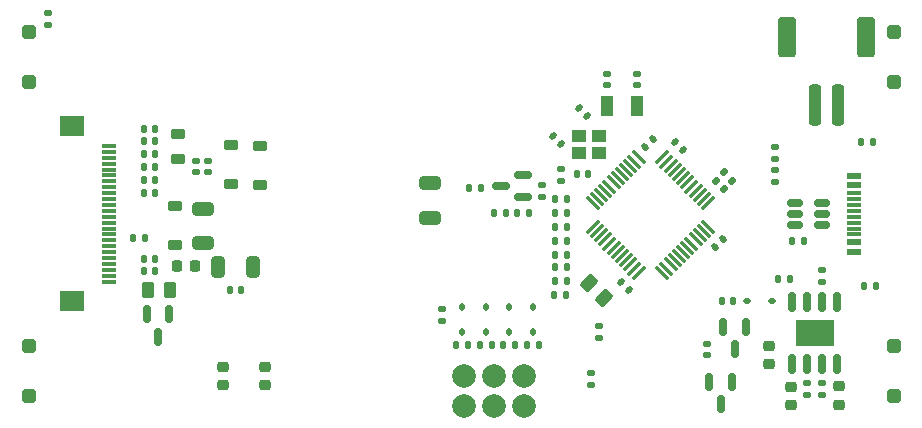
<source format=gbr>
%TF.GenerationSoftware,KiCad,Pcbnew,7.0.5*%
%TF.CreationDate,2023-10-22T09:55:20+02:00*%
%TF.ProjectId,USB E-Ink thing,55534220-452d-4496-9e6b-207468696e67,rev?*%
%TF.SameCoordinates,Original*%
%TF.FileFunction,Paste,Top*%
%TF.FilePolarity,Positive*%
%FSLAX46Y46*%
G04 Gerber Fmt 4.6, Leading zero omitted, Abs format (unit mm)*
G04 Created by KiCad (PCBNEW 7.0.5) date 2023-10-22 09:55:20*
%MOMM*%
%LPD*%
G01*
G04 APERTURE LIST*
G04 Aperture macros list*
%AMRoundRect*
0 Rectangle with rounded corners*
0 $1 Rounding radius*
0 $2 $3 $4 $5 $6 $7 $8 $9 X,Y pos of 4 corners*
0 Add a 4 corners polygon primitive as box body*
4,1,4,$2,$3,$4,$5,$6,$7,$8,$9,$2,$3,0*
0 Add four circle primitives for the rounded corners*
1,1,$1+$1,$2,$3*
1,1,$1+$1,$4,$5*
1,1,$1+$1,$6,$7*
1,1,$1+$1,$8,$9*
0 Add four rect primitives between the rounded corners*
20,1,$1+$1,$2,$3,$4,$5,0*
20,1,$1+$1,$4,$5,$6,$7,0*
20,1,$1+$1,$6,$7,$8,$9,0*
20,1,$1+$1,$8,$9,$2,$3,0*%
G04 Aperture macros list end*
%ADD10RoundRect,0.135000X0.135000X0.185000X-0.135000X0.185000X-0.135000X-0.185000X0.135000X-0.185000X0*%
%ADD11RoundRect,0.135000X-0.135000X-0.185000X0.135000X-0.185000X0.135000X0.185000X-0.135000X0.185000X0*%
%ADD12RoundRect,0.300000X-0.300000X-0.300000X0.300000X-0.300000X0.300000X0.300000X-0.300000X0.300000X0*%
%ADD13RoundRect,0.300000X0.300000X0.300000X-0.300000X0.300000X-0.300000X-0.300000X0.300000X-0.300000X0*%
%ADD14RoundRect,0.140000X-0.219203X-0.021213X-0.021213X-0.219203X0.219203X0.021213X0.021213X0.219203X0*%
%ADD15RoundRect,0.140000X-0.140000X-0.170000X0.140000X-0.170000X0.140000X0.170000X-0.140000X0.170000X0*%
%ADD16RoundRect,0.250000X0.650000X-0.325000X0.650000X0.325000X-0.650000X0.325000X-0.650000X-0.325000X0*%
%ADD17RoundRect,0.225000X0.375000X-0.225000X0.375000X0.225000X-0.375000X0.225000X-0.375000X-0.225000X0*%
%ADD18RoundRect,0.140000X0.219203X0.021213X0.021213X0.219203X-0.219203X-0.021213X-0.021213X-0.219203X0*%
%ADD19RoundRect,0.075000X-0.521491X0.415425X0.415425X-0.521491X0.521491X-0.415425X-0.415425X0.521491X0*%
%ADD20RoundRect,0.075000X-0.521491X-0.415425X-0.415425X-0.521491X0.521491X0.415425X0.415425X0.521491X0*%
%ADD21RoundRect,0.140000X-0.170000X0.140000X-0.170000X-0.140000X0.170000X-0.140000X0.170000X0.140000X0*%
%ADD22C,2.000000*%
%ADD23R,1.000000X1.800000*%
%ADD24RoundRect,0.150000X-0.150000X0.675000X-0.150000X-0.675000X0.150000X-0.675000X0.150000X0.675000X0*%
%ADD25R,3.292000X2.313000*%
%ADD26RoundRect,0.135000X-0.226274X-0.035355X-0.035355X-0.226274X0.226274X0.035355X0.035355X0.226274X0*%
%ADD27RoundRect,0.218750X-0.256250X0.218750X-0.256250X-0.218750X0.256250X-0.218750X0.256250X0.218750X0*%
%ADD28RoundRect,0.150000X0.587500X0.150000X-0.587500X0.150000X-0.587500X-0.150000X0.587500X-0.150000X0*%
%ADD29RoundRect,0.135000X0.226274X0.035355X0.035355X0.226274X-0.226274X-0.035355X-0.035355X-0.226274X0*%
%ADD30RoundRect,0.150000X-0.150000X0.587500X-0.150000X-0.587500X0.150000X-0.587500X0.150000X0.587500X0*%
%ADD31RoundRect,0.112500X-0.112500X0.187500X-0.112500X-0.187500X0.112500X-0.187500X0.112500X0.187500X0*%
%ADD32RoundRect,0.140000X0.170000X-0.140000X0.170000X0.140000X-0.170000X0.140000X-0.170000X-0.140000X0*%
%ADD33RoundRect,0.250000X0.262500X0.450000X-0.262500X0.450000X-0.262500X-0.450000X0.262500X-0.450000X0*%
%ADD34RoundRect,0.135000X0.185000X-0.135000X0.185000X0.135000X-0.185000X0.135000X-0.185000X-0.135000X0*%
%ADD35RoundRect,0.140000X0.140000X0.170000X-0.140000X0.170000X-0.140000X-0.170000X0.140000X-0.170000X0*%
%ADD36RoundRect,0.140000X0.021213X-0.219203X0.219203X-0.021213X-0.021213X0.219203X-0.219203X0.021213X0*%
%ADD37RoundRect,0.135000X-0.185000X0.135000X-0.185000X-0.135000X0.185000X-0.135000X0.185000X0.135000X0*%
%ADD38RoundRect,0.225000X0.250000X-0.225000X0.250000X0.225000X-0.250000X0.225000X-0.250000X-0.225000X0*%
%ADD39R,1.240000X0.600000*%
%ADD40R,1.240000X0.300000*%
%ADD41RoundRect,0.250000X-0.503814X-0.132583X-0.132583X-0.503814X0.503814X0.132583X0.132583X0.503814X0*%
%ADD42RoundRect,0.218750X-0.218750X-0.256250X0.218750X-0.256250X0.218750X0.256250X-0.218750X0.256250X0*%
%ADD43RoundRect,0.225000X-0.375000X0.225000X-0.375000X-0.225000X0.375000X-0.225000X0.375000X0.225000X0*%
%ADD44RoundRect,0.150000X0.512500X0.150000X-0.512500X0.150000X-0.512500X-0.150000X0.512500X-0.150000X0*%
%ADD45RoundRect,0.218750X0.256250X-0.218750X0.256250X0.218750X-0.256250X0.218750X-0.256250X-0.218750X0*%
%ADD46RoundRect,0.140000X-0.021213X0.219203X-0.219203X0.021213X0.021213X-0.219203X0.219203X-0.021213X0*%
%ADD47R,2.000000X1.800000*%
%ADD48R,1.200000X0.300000*%
%ADD49RoundRect,0.218750X0.381250X-0.218750X0.381250X0.218750X-0.381250X0.218750X-0.381250X-0.218750X0*%
%ADD50RoundRect,0.250000X0.250000X1.500000X-0.250000X1.500000X-0.250000X-1.500000X0.250000X-1.500000X0*%
%ADD51RoundRect,0.250001X0.499999X1.449999X-0.499999X1.449999X-0.499999X-1.449999X0.499999X-1.449999X0*%
%ADD52RoundRect,0.250000X-0.325000X-0.650000X0.325000X-0.650000X0.325000X0.650000X-0.325000X0.650000X0*%
%ADD53RoundRect,0.112500X-0.187500X-0.112500X0.187500X-0.112500X0.187500X0.112500X-0.187500X0.112500X0*%
%ADD54R,1.150000X1.000000*%
G04 APERTURE END LIST*
D10*
%TO.C,R24*%
X148420000Y-118300000D03*
X147400000Y-118300000D03*
%TD*%
%TO.C,R26*%
X148420000Y-117130000D03*
X147400000Y-117130000D03*
%TD*%
D11*
%TO.C,R11*%
X144200000Y-118275000D03*
X145220000Y-118275000D03*
%TD*%
D12*
%TO.C,SW3*%
X176100000Y-107150000D03*
D13*
X176100000Y-102950000D03*
%TD*%
D11*
%TO.C,R3*%
X145050000Y-129470000D03*
X146070000Y-129470000D03*
%TD*%
D10*
%TO.C,R15*%
X174570000Y-124500000D03*
X173550000Y-124500000D03*
%TD*%
D14*
%TO.C,C5*%
X157560589Y-112300589D03*
X158239411Y-112979411D03*
%TD*%
D15*
%TO.C,C16*%
X112600000Y-116600000D03*
X113560000Y-116600000D03*
%TD*%
%TO.C,C6*%
X149250000Y-115010000D03*
X150210000Y-115010000D03*
%TD*%
D16*
%TO.C,TH1*%
X136880000Y-118665000D03*
X136880000Y-115715000D03*
%TD*%
D17*
%TO.C,D11*%
X119960000Y-115865000D03*
X119960000Y-112565000D03*
%TD*%
D18*
%TO.C,C2*%
X147910000Y-112460000D03*
X147231178Y-111781178D03*
%TD*%
D19*
%TO.C,U1*%
X154511212Y-113572124D03*
X154157658Y-113925678D03*
X153804105Y-114279231D03*
X153450551Y-114632785D03*
X153096998Y-114986338D03*
X152743445Y-115339891D03*
X152389891Y-115693445D03*
X152036338Y-116046998D03*
X151682785Y-116400551D03*
X151329231Y-116754105D03*
X150975678Y-117107658D03*
X150622124Y-117461212D03*
D20*
X150622124Y-119458788D03*
X150975678Y-119812342D03*
X151329231Y-120165895D03*
X151682785Y-120519449D03*
X152036338Y-120873002D03*
X152389891Y-121226555D03*
X152743445Y-121580109D03*
X153096998Y-121933662D03*
X153450551Y-122287215D03*
X153804105Y-122640769D03*
X154157658Y-122994322D03*
X154511212Y-123347876D03*
D19*
X156508788Y-123347876D03*
X156862342Y-122994322D03*
X157215895Y-122640769D03*
X157569449Y-122287215D03*
X157923002Y-121933662D03*
X158276555Y-121580109D03*
X158630109Y-121226555D03*
X158983662Y-120873002D03*
X159337215Y-120519449D03*
X159690769Y-120165895D03*
X160044322Y-119812342D03*
X160397876Y-119458788D03*
D20*
X160397876Y-117461212D03*
X160044322Y-117107658D03*
X159690769Y-116754105D03*
X159337215Y-116400551D03*
X158983662Y-116046998D03*
X158630109Y-115693445D03*
X158276555Y-115339891D03*
X157923002Y-114986338D03*
X157569449Y-114632785D03*
X157215895Y-114279231D03*
X156862342Y-113925678D03*
X156508788Y-113572124D03*
%TD*%
D21*
%TO.C,C25*%
X118040000Y-113890000D03*
X118040000Y-114850000D03*
%TD*%
D22*
%TO.C,J5*%
X139700000Y-132080000D03*
X142240000Y-132080000D03*
X144780000Y-132080000D03*
X144780000Y-134620000D03*
X142240000Y-134620000D03*
X139700000Y-134620000D03*
%TD*%
D23*
%TO.C,Y2*%
X151849411Y-109199411D03*
X154349411Y-109199411D03*
%TD*%
D18*
%TO.C,C7*%
X153709411Y-124789411D03*
X153030589Y-124110589D03*
%TD*%
D24*
%TO.C,U3*%
X171315000Y-125835000D03*
X170045000Y-125835000D03*
X168775000Y-125835000D03*
X167505000Y-125835000D03*
X167505000Y-131085000D03*
X168775000Y-131085000D03*
X170045000Y-131085000D03*
X171315000Y-131085000D03*
D25*
X169410000Y-128460000D03*
X169410000Y-128460000D03*
%TD*%
D26*
%TO.C,R14*%
X161719376Y-114849376D03*
X162440624Y-115570624D03*
%TD*%
D27*
%TO.C,D8*%
X171450000Y-132962500D03*
X171450000Y-134537500D03*
%TD*%
D28*
%TO.C,Q1*%
X144710000Y-116950000D03*
X144710000Y-115050000D03*
X142835000Y-116000000D03*
%TD*%
D12*
%TO.C,SW4*%
X176100000Y-133750000D03*
D13*
X176100000Y-129550000D03*
%TD*%
D29*
%TO.C,R13*%
X161740624Y-116250624D03*
X161019376Y-115529376D03*
%TD*%
D30*
%TO.C,U4*%
X162400000Y-132592500D03*
X160500000Y-132592500D03*
X161450000Y-134467500D03*
%TD*%
D31*
%TO.C,D6*%
X143570000Y-126220000D03*
X143570000Y-128320000D03*
%TD*%
D32*
%TO.C,C12*%
X160280000Y-130340000D03*
X160280000Y-129380000D03*
%TD*%
D10*
%TO.C,R27*%
X148420000Y-120640000D03*
X147400000Y-120640000D03*
%TD*%
%TO.C,R5*%
X148420000Y-124080000D03*
X147400000Y-124080000D03*
%TD*%
D32*
%TO.C,C4*%
X151849411Y-107460000D03*
X151849411Y-106500000D03*
%TD*%
D33*
%TO.C,R23*%
X114825000Y-124800000D03*
X113000000Y-124800000D03*
%TD*%
D34*
%TO.C,R17*%
X168770000Y-133700000D03*
X168770000Y-132680000D03*
%TD*%
%TO.C,R29*%
X104540000Y-102380000D03*
X104540000Y-101360000D03*
%TD*%
D11*
%TO.C,R6*%
X139080000Y-129470000D03*
X140100000Y-129470000D03*
%TD*%
D21*
%TO.C,C24*%
X117000000Y-113890000D03*
X117000000Y-114850000D03*
%TD*%
D32*
%TO.C,C3*%
X154349411Y-107460000D03*
X154349411Y-106500000D03*
%TD*%
D11*
%TO.C,R28*%
X111690000Y-120400000D03*
X112710000Y-120400000D03*
%TD*%
D35*
%TO.C,C11*%
X162520000Y-125690000D03*
X161560000Y-125690000D03*
%TD*%
D13*
%TO.C,SW1*%
X102900000Y-102950000D03*
D12*
X102900000Y-107150000D03*
%TD*%
D15*
%TO.C,C20*%
X112600000Y-123200000D03*
X113560000Y-123200000D03*
%TD*%
D10*
%TO.C,R16*%
X174360000Y-112270000D03*
X173340000Y-112270000D03*
%TD*%
D34*
%TO.C,R12*%
X147930000Y-115550000D03*
X147930000Y-114530000D03*
%TD*%
D36*
%TO.C,C26*%
X155030000Y-112720000D03*
X155708822Y-112041178D03*
%TD*%
D15*
%TO.C,C15*%
X112600000Y-115506000D03*
X113560000Y-115506000D03*
%TD*%
D10*
%TO.C,R25*%
X148420000Y-121810000D03*
X147400000Y-121810000D03*
%TD*%
D13*
%TO.C,SW2*%
X102900000Y-129550000D03*
D12*
X102900000Y-133750000D03*
%TD*%
D34*
%TO.C,R20*%
X166060000Y-115660000D03*
X166060000Y-114640000D03*
%TD*%
D11*
%TO.C,R10*%
X142225000Y-118275000D03*
X143245000Y-118275000D03*
%TD*%
D10*
%TO.C,R22*%
X167310000Y-123880000D03*
X166290000Y-123880000D03*
%TD*%
D11*
%TO.C,R7*%
X140150000Y-116170000D03*
X141170000Y-116170000D03*
%TD*%
D16*
%TO.C,C21*%
X117640000Y-120860000D03*
X117640000Y-117910000D03*
%TD*%
D37*
%TO.C,R32*%
X150470000Y-131860000D03*
X150470000Y-132880000D03*
%TD*%
%TO.C,R33*%
X151130000Y-127850000D03*
X151130000Y-128870000D03*
%TD*%
D27*
%TO.C,D7*%
X167430000Y-132982500D03*
X167430000Y-134557500D03*
%TD*%
D38*
%TO.C,C10*%
X165570000Y-131090000D03*
X165570000Y-129540000D03*
%TD*%
D39*
%TO.C,J6*%
X172765000Y-121550000D03*
X172765000Y-120750000D03*
D40*
X172765000Y-119600000D03*
X172765000Y-118600000D03*
X172765000Y-118100000D03*
X172765000Y-117100000D03*
D39*
X172765000Y-115950000D03*
X172765000Y-115150000D03*
X172765000Y-115150000D03*
X172765000Y-115950000D03*
D40*
X172765000Y-116600000D03*
X172765000Y-117600000D03*
X172765000Y-119100000D03*
X172765000Y-120100000D03*
D39*
X172765000Y-120750000D03*
X172765000Y-121550000D03*
%TD*%
D11*
%TO.C,R1*%
X141070000Y-129470000D03*
X142090000Y-129470000D03*
%TD*%
D15*
%TO.C,C13*%
X112590000Y-111130000D03*
X113550000Y-111130000D03*
%TD*%
D10*
%TO.C,R2*%
X148400000Y-125230000D03*
X147380000Y-125230000D03*
%TD*%
D30*
%TO.C,Q3*%
X114750000Y-126862500D03*
X112850000Y-126862500D03*
X113800000Y-128737500D03*
%TD*%
D31*
%TO.C,D1*%
X141580000Y-126220000D03*
X141580000Y-128320000D03*
%TD*%
D34*
%TO.C,R21*%
X166060000Y-113720000D03*
X166060000Y-112700000D03*
%TD*%
%TO.C,R18*%
X170050000Y-133720000D03*
X170050000Y-132700000D03*
%TD*%
D15*
%TO.C,C14*%
X112600000Y-113318000D03*
X113560000Y-113318000D03*
%TD*%
D41*
%TO.C,R30*%
X150284765Y-124194765D03*
X151575235Y-125485235D03*
%TD*%
D42*
%TO.C,L1*%
X115412500Y-122800000D03*
X116987500Y-122800000D03*
%TD*%
D31*
%TO.C,D5*%
X139590000Y-126220000D03*
X139590000Y-128320000D03*
%TD*%
D34*
%TO.C,R19*%
X170040000Y-124160000D03*
X170040000Y-123140000D03*
%TD*%
D43*
%TO.C,D10*%
X122470000Y-112610000D03*
X122470000Y-115910000D03*
%TD*%
D15*
%TO.C,C19*%
X112600000Y-112224000D03*
X113560000Y-112224000D03*
%TD*%
D11*
%TO.C,R9*%
X143060000Y-129470000D03*
X144080000Y-129470000D03*
%TD*%
D44*
%TO.C,U2*%
X170040000Y-119300000D03*
X170040000Y-118350000D03*
X170040000Y-117400000D03*
X167765000Y-117400000D03*
X167765000Y-118350000D03*
X167765000Y-119300000D03*
%TD*%
D45*
%TO.C,D2*%
X122895000Y-132875000D03*
X122895000Y-131300000D03*
%TD*%
D46*
%TO.C,C8*%
X161670000Y-120490000D03*
X160991178Y-121168822D03*
%TD*%
D18*
%TO.C,C1*%
X150110000Y-110060000D03*
X149431178Y-109381178D03*
%TD*%
D47*
%TO.C,DS1*%
X106550000Y-110950000D03*
X106550000Y-125750000D03*
D48*
X109700000Y-124100000D03*
X109700000Y-123600000D03*
X109700000Y-123100000D03*
X109700000Y-122600000D03*
X109700000Y-122100000D03*
X109700000Y-121600000D03*
X109700000Y-121100000D03*
X109700000Y-120600000D03*
X109700000Y-120100000D03*
X109700000Y-119600000D03*
X109700000Y-119100000D03*
X109700000Y-118600000D03*
X109700000Y-118100000D03*
X109700000Y-117600000D03*
X109700000Y-117100000D03*
X109700000Y-116600000D03*
X109700000Y-116100000D03*
X109700000Y-115600000D03*
X109700000Y-115100000D03*
X109700000Y-114600000D03*
X109700000Y-114100000D03*
X109700000Y-113600000D03*
X109700000Y-113100000D03*
X109700000Y-112600000D03*
%TD*%
D49*
%TO.C,FB1*%
X115540000Y-113675000D03*
X115540000Y-111550000D03*
%TD*%
D31*
%TO.C,D3*%
X145560000Y-126220000D03*
X145560000Y-128320000D03*
%TD*%
D15*
%TO.C,C17*%
X119880000Y-124800000D03*
X120840000Y-124800000D03*
%TD*%
%TO.C,C18*%
X112600000Y-122200000D03*
X113560000Y-122200000D03*
%TD*%
D50*
%TO.C,BT1*%
X171430000Y-109150000D03*
X169430000Y-109150000D03*
D51*
X173780000Y-103400000D03*
X167080000Y-103400000D03*
%TD*%
D43*
%TO.C,D12*%
X115220000Y-117710000D03*
X115220000Y-121010000D03*
%TD*%
D10*
%TO.C,R31*%
X148420000Y-122850000D03*
X147400000Y-122850000D03*
%TD*%
D30*
%TO.C,Q2*%
X163590709Y-127951500D03*
X161690709Y-127951500D03*
X162640709Y-129826500D03*
%TD*%
D52*
%TO.C,C22*%
X118895000Y-122860000D03*
X121845000Y-122860000D03*
%TD*%
D53*
%TO.C,D9*%
X163660000Y-125710000D03*
X165760000Y-125710000D03*
%TD*%
D10*
%TO.C,R34*%
X148420000Y-119470000D03*
X147400000Y-119470000D03*
%TD*%
D37*
%TO.C,R4*%
X137840000Y-126370000D03*
X137840000Y-127390000D03*
%TD*%
D45*
%TO.C,D4*%
X119320000Y-132875000D03*
X119320000Y-131300000D03*
%TD*%
D54*
%TO.C,Y1*%
X149435000Y-113160000D03*
X151185000Y-113160000D03*
X151185000Y-111760000D03*
X149435000Y-111760000D03*
%TD*%
D15*
%TO.C,C23*%
X112600000Y-114412000D03*
X113560000Y-114412000D03*
%TD*%
D34*
%TO.C,R8*%
X146335000Y-116960000D03*
X146335000Y-115940000D03*
%TD*%
D35*
%TO.C,C9*%
X168470000Y-120620000D03*
X167510000Y-120620000D03*
%TD*%
M02*

</source>
